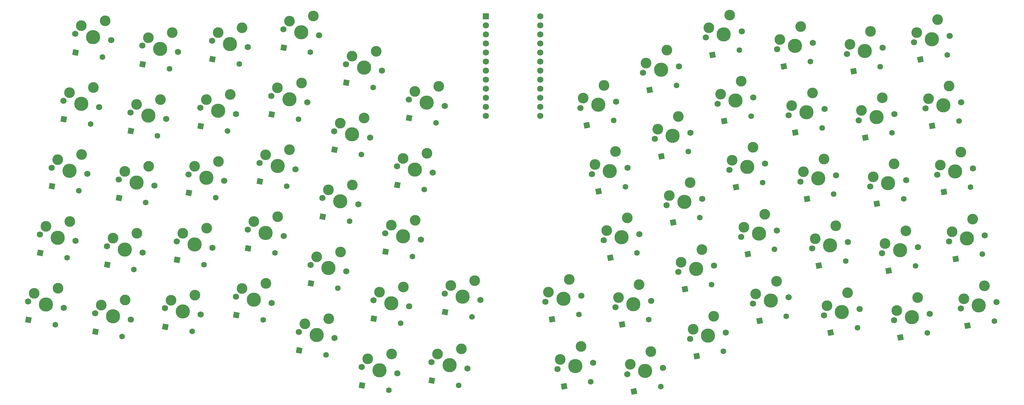
<source format=gts>
%TF.GenerationSoftware,KiCad,Pcbnew,(6.0.8)*%
%TF.CreationDate,2023-02-18T20:03:01+07:00*%
%TF.ProjectId,test,74657374-2e6b-4696-9361-645f70636258,rev?*%
%TF.SameCoordinates,Original*%
%TF.FileFunction,Soldermask,Top*%
%TF.FilePolarity,Negative*%
%FSLAX46Y46*%
G04 Gerber Fmt 4.6, Leading zero omitted, Abs format (unit mm)*
G04 Created by KiCad (PCBNEW (6.0.8)) date 2023-02-18 20:03:01*
%MOMM*%
%LPD*%
G01*
G04 APERTURE LIST*
G04 Aperture macros list*
%AMHorizOval*
0 Thick line with rounded ends*
0 $1 width*
0 $2 $3 position (X,Y) of the first rounded end (center of the circle)*
0 $4 $5 position (X,Y) of the second rounded end (center of the circle)*
0 Add line between two ends*
20,1,$1,$2,$3,$4,$5,0*
0 Add two circle primitives to create the rounded ends*
1,1,$1,$2,$3*
1,1,$1,$4,$5*%
%AMRotRect*
0 Rectangle, with rotation*
0 The origin of the aperture is its center*
0 $1 length*
0 $2 width*
0 $3 Rotation angle, in degrees counterclockwise*
0 Add horizontal line*
21,1,$1,$2,0,0,$3*%
G04 Aperture macros list end*
%ADD10C,1.750000*%
%ADD11C,3.000000*%
%ADD12C,3.987800*%
%ADD13RotRect,1.600000X1.600000X10.000000*%
%ADD14HorizOval,1.600000X0.000000X0.000000X0.000000X0.000000X0*%
%ADD15RotRect,1.600000X1.600000X350.000000*%
%ADD16HorizOval,1.600000X0.000000X0.000000X0.000000X0.000000X0*%
%ADD17C,1.752600*%
%ADD18R,1.752600X1.752600*%
G04 APERTURE END LIST*
D10*
%TO.C,SW61*%
X232797526Y-140654658D03*
D11*
X223601519Y-139696979D03*
X229413982Y-136092901D03*
D10*
X222791880Y-142418924D03*
D12*
X227794703Y-141536791D03*
%TD*%
D11*
%TO.C,SW2*%
X53376850Y-67762836D03*
D10*
X51685078Y-70043714D03*
D11*
X60071445Y-66364090D03*
D12*
X56687901Y-70925847D03*
D10*
X61690724Y-71807980D03*
%TD*%
D13*
%TO.C,D34*%
X200422874Y-119611770D03*
D14*
X207927109Y-118288571D03*
%TD*%
D10*
%TO.C,SW19*%
X146438056Y-141371524D03*
X136432410Y-139607258D03*
D12*
X141435233Y-140489391D03*
D11*
X144818777Y-135927634D03*
X138124182Y-137326380D03*
%TD*%
D15*
%TO.C,D53*%
X38535994Y-150266666D03*
D16*
X46040229Y-151589865D03*
%TD*%
D11*
%TO.C,SW51*%
X278560083Y-122268750D03*
D12*
X282753267Y-124108562D03*
D10*
X277750444Y-124990695D03*
D11*
X284372546Y-118664672D03*
D10*
X287756090Y-123226429D03*
%TD*%
D13*
%TO.C,D61*%
X224641658Y-147258740D03*
D14*
X232145893Y-145935541D03*
%TD*%
D13*
%TO.C,D10*%
X231394214Y-75849810D03*
D14*
X238898449Y-74526611D03*
%TD*%
D13*
%TO.C,D59*%
X189436081Y-167007147D03*
D14*
X196940316Y-165683948D03*
%TD*%
D12*
%TO.C,SW20*%
X182698213Y-105191041D03*
D10*
X187701036Y-104308908D03*
D11*
X184317492Y-99747151D03*
X178505029Y-103351229D03*
D10*
X177695390Y-106073174D03*
%TD*%
D12*
%TO.C,SW47*%
X206883917Y-132650406D03*
D10*
X201881094Y-133532539D03*
D11*
X202690733Y-130810594D03*
D10*
X211886740Y-131768273D03*
D11*
X208503196Y-127206516D03*
%TD*%
D10*
%TO.C,SW52*%
X19692499Y-141778066D03*
D11*
X28078866Y-138098442D03*
X21384271Y-139497188D03*
D12*
X24695322Y-142660199D03*
D10*
X29698145Y-143542332D03*
%TD*%
D11*
%TO.C,SW24*%
X253216580Y-88243179D03*
X259029043Y-84639101D03*
D12*
X257409764Y-90082991D03*
D10*
X252406941Y-90965124D03*
X262412587Y-89200858D03*
%TD*%
D13*
%TO.C,D21*%
X197147956Y-101038788D03*
D14*
X204652191Y-99715589D03*
%TD*%
D10*
%TO.C,SW32*%
X164674178Y-141930791D03*
D12*
X169677001Y-141048658D03*
D11*
X165483817Y-139208846D03*
X171296280Y-135604768D03*
D10*
X174679824Y-140166525D03*
%TD*%
D15*
%TO.C,D40*%
X41843992Y-131506079D03*
D16*
X49348227Y-132829278D03*
%TD*%
D13*
%TO.C,D48*%
X221333660Y-128498153D03*
D14*
X228837895Y-127174954D03*
%TD*%
D15*
%TO.C,D2*%
X51767985Y-75224316D03*
D16*
X59272220Y-76547515D03*
%TD*%
D11*
%TO.C,SW49*%
X240211908Y-124194599D03*
D10*
X239402269Y-126916544D03*
D12*
X244405092Y-126034411D03*
D10*
X249407915Y-125152278D03*
D11*
X246024371Y-120590521D03*
%TD*%
%TO.C,SW10*%
X236166538Y-64683970D03*
D12*
X234547259Y-70127860D03*
D10*
X239550082Y-69245727D03*
X229544436Y-71009993D03*
D11*
X230354075Y-68288048D03*
%TD*%
D13*
%TO.C,D51*%
X279600222Y-129830512D03*
D14*
X287104457Y-128507313D03*
%TD*%
D15*
%TO.C,D41*%
X61431579Y-130123930D03*
D16*
X68935814Y-131447129D03*
%TD*%
D13*
%TO.C,D37*%
X257531636Y-114377923D03*
D14*
X265035871Y-113054724D03*
%TD*%
D11*
%TO.C,SW11*%
X255754125Y-66066120D03*
D10*
X249132023Y-72392143D03*
X259137669Y-70627877D03*
D11*
X249941662Y-69670198D03*
D12*
X254134846Y-71510010D03*
%TD*%
D11*
%TO.C,SW7*%
X181042574Y-81174169D03*
X175230111Y-84778247D03*
D10*
X184426118Y-85735926D03*
D12*
X179423295Y-86618059D03*
D10*
X174420472Y-87500192D03*
%TD*%
D13*
%TO.C,D35*%
X218025662Y-109737566D03*
D14*
X225529897Y-108414367D03*
%TD*%
D11*
%TO.C,SW40*%
X43452857Y-124044599D03*
D10*
X41761085Y-126325477D03*
D12*
X46763908Y-127207610D03*
D10*
X51766731Y-128089743D03*
D11*
X50147452Y-122645853D03*
%TD*%
D15*
%TO.C,D28*%
X64739577Y-111363342D03*
D16*
X72243812Y-112686541D03*
%TD*%
D12*
%TO.C,SW60*%
X210191915Y-151410994D03*
D10*
X215194738Y-150528861D03*
X205189092Y-152293127D03*
D11*
X211811194Y-145967104D03*
X205998731Y-149571182D03*
%TD*%
%TO.C,SW35*%
X216985524Y-102175804D03*
D10*
X216175885Y-104897749D03*
X226181531Y-103133483D03*
D12*
X221178708Y-104015616D03*
D11*
X222797987Y-98571726D03*
%TD*%
D13*
%TO.C,D60*%
X207038869Y-157132944D03*
D14*
X214543104Y-155809745D03*
%TD*%
D15*
%TO.C,D14*%
X48459987Y-93984904D03*
D16*
X55964222Y-95308103D03*
%TD*%
D15*
%TO.C,D52*%
X19775406Y-146958668D03*
D16*
X27279641Y-148281867D03*
%TD*%
D11*
%TO.C,SW12*%
X274514713Y-62758122D03*
X268702250Y-66362200D03*
D10*
X277898257Y-67319879D03*
X267892611Y-69084145D03*
D12*
X272895434Y-68202012D03*
%TD*%
D15*
%TO.C,D6*%
X126479536Y-90332366D03*
D16*
X133983771Y-91655565D03*
%TD*%
D11*
%TO.C,SW29*%
X86266828Y-100643654D03*
D10*
X94580702Y-104688798D03*
X84575056Y-102924532D03*
D11*
X92961423Y-99244908D03*
D12*
X89577879Y-103806665D03*
%TD*%
D11*
%TO.C,SW14*%
X50068852Y-86523424D03*
X56763447Y-85124678D03*
D12*
X53379903Y-89686435D03*
D10*
X58382726Y-90568568D03*
X48377080Y-88804302D03*
%TD*%
D13*
%TO.C,D64*%
X282908219Y-148591100D03*
D14*
X290412454Y-147267901D03*
%TD*%
D15*
%TO.C,D29*%
X84657964Y-108105134D03*
D16*
X92162199Y-109428333D03*
%TD*%
D15*
%TO.C,D57*%
X113247545Y-165374716D03*
D16*
X120751780Y-166697915D03*
%TD*%
D11*
%TO.C,SW13*%
X38002859Y-81816680D03*
X31308264Y-83215426D03*
D10*
X39622138Y-87260570D03*
X29616492Y-85496304D03*
D12*
X34619315Y-86378437D03*
%TD*%
D15*
%TO.C,D5*%
X108876748Y-80458163D03*
D16*
X116380983Y-81781362D03*
%TD*%
D15*
%TO.C,D15*%
X68047574Y-92602755D03*
D16*
X75551809Y-93925954D03*
%TD*%
D13*
%TO.C,D9*%
X211475827Y-72591602D03*
D14*
X218980062Y-71268403D03*
%TD*%
D11*
%TO.C,SW23*%
X239441456Y-83256952D03*
X233628993Y-86861030D03*
D10*
X232819354Y-89582975D03*
X242825000Y-87818709D03*
D12*
X237822177Y-88700842D03*
%TD*%
%TO.C,SW6*%
X131399452Y-86033897D03*
D11*
X128088401Y-82870886D03*
X134782996Y-81472140D03*
D10*
X126396629Y-85151764D03*
X136402275Y-86916030D03*
%TD*%
D13*
%TO.C,D63*%
X264147632Y-151899098D03*
D14*
X271651867Y-150575899D03*
%TD*%
D15*
%TO.C,D16*%
X87965961Y-89344547D03*
D16*
X95470196Y-90667746D03*
%TD*%
D13*
%TO.C,D22*%
X214750744Y-91164584D03*
D14*
X222254979Y-89841385D03*
%TD*%
D15*
%TO.C,D30*%
X102260752Y-117979338D03*
D16*
X109764987Y-119302537D03*
%TD*%
D11*
%TO.C,SW39*%
X31386864Y-119337855D03*
D10*
X23000497Y-123017479D03*
D12*
X28003320Y-123899612D03*
D10*
X33006143Y-124781745D03*
D11*
X24692269Y-120736601D03*
%TD*%
D13*
%TO.C,D32*%
X166523956Y-146770608D03*
D14*
X174028191Y-145447409D03*
%TD*%
D11*
%TO.C,SW53*%
X40144859Y-142805186D03*
D12*
X43455910Y-145968197D03*
D10*
X38453087Y-145086064D03*
X48458733Y-146850330D03*
D11*
X46839454Y-141406440D03*
%TD*%
%TO.C,SW3*%
X79659032Y-64981941D03*
D12*
X76275488Y-69543698D03*
D10*
X71272665Y-68661565D03*
X81278311Y-70425831D03*
D11*
X72964437Y-66380687D03*
%TD*%
D13*
%TO.C,D49*%
X241252047Y-131756361D03*
D14*
X248756282Y-130433162D03*
%TD*%
D15*
%TO.C,D55*%
X78041968Y-145626309D03*
D16*
X85546203Y-146949508D03*
%TD*%
D12*
%TO.C,SW1*%
X37927313Y-67617849D03*
D11*
X34616262Y-64454838D03*
D10*
X42930136Y-68499982D03*
D11*
X41310857Y-63056092D03*
D10*
X32924490Y-66735716D03*
%TD*%
D11*
%TO.C,SW37*%
X256491498Y-106816161D03*
D10*
X255681859Y-109538106D03*
X265687505Y-107773840D03*
D11*
X262303961Y-103212083D03*
D12*
X260684682Y-108655973D03*
%TD*%
D11*
%TO.C,SW17*%
X113872210Y-90358524D03*
X107177615Y-91757270D03*
D12*
X110488666Y-94920281D03*
D10*
X115491489Y-95802414D03*
X105485843Y-94038148D03*
%TD*%
D11*
%TO.C,SW27*%
X53455449Y-103885266D03*
D10*
X45069082Y-107564890D03*
X55074728Y-109329156D03*
D11*
X46760854Y-105284012D03*
D12*
X50071905Y-108447023D03*
%TD*%
D13*
%TO.C,D47*%
X203730871Y-138372356D03*
D14*
X211235106Y-137049157D03*
%TD*%
D12*
%TO.C,SW30*%
X107180668Y-113680869D03*
D10*
X102177845Y-112798736D03*
D11*
X103869617Y-110517858D03*
X110564212Y-109119112D03*
D10*
X112183491Y-114563002D03*
%TD*%
D11*
%TO.C,SW56*%
X103948217Y-146640286D03*
X97253622Y-148039032D03*
D10*
X105567496Y-152084176D03*
X95561850Y-150319910D03*
D12*
X100564673Y-151202043D03*
%TD*%
D15*
%TO.C,D45*%
X132835132Y-163992567D03*
D16*
X140339367Y-165315766D03*
%TD*%
D10*
%TO.C,SW58*%
X167998716Y-160785181D03*
D11*
X168808355Y-158063236D03*
D10*
X178004362Y-159020915D03*
D12*
X173001539Y-159903048D03*
D11*
X174620818Y-154459158D03*
%TD*%
%TO.C,SW21*%
X196107818Y-93477026D03*
D10*
X195298179Y-96198971D03*
D11*
X201920281Y-89872948D03*
D12*
X200301002Y-95316838D03*
D10*
X205303825Y-94434705D03*
%TD*%
%TO.C,SW25*%
X271167529Y-87657127D03*
D11*
X277789631Y-81331104D03*
D10*
X281173175Y-85892861D03*
D11*
X271977168Y-84935182D03*
D12*
X276170352Y-86774994D03*
%TD*%
D11*
%TO.C,SW59*%
X194208405Y-155841308D03*
D10*
X197591949Y-160403065D03*
D11*
X188395942Y-159445386D03*
D12*
X192589126Y-161285198D03*
D10*
X187586303Y-162167331D03*
%TD*%
D15*
%TO.C,D43*%
X98952754Y-136739926D03*
D16*
X106456989Y-138063125D03*
%TD*%
D13*
%TO.C,D23*%
X234669131Y-94422792D03*
D14*
X242173366Y-93099593D03*
%TD*%
D11*
%TO.C,SW54*%
X66427041Y-140024291D03*
D10*
X68046320Y-145468181D03*
D11*
X59732446Y-141423037D03*
D10*
X58040674Y-143703915D03*
D12*
X63043497Y-144586048D03*
%TD*%
D10*
%TO.C,SW4*%
X101196698Y-67167623D03*
D12*
X96193875Y-66285490D03*
D11*
X99577419Y-61723733D03*
D10*
X91191052Y-65403357D03*
D11*
X92882824Y-63122479D03*
%TD*%
D15*
%TO.C,D18*%
X123171538Y-109092954D03*
D16*
X130675773Y-110416153D03*
%TD*%
D15*
%TO.C,D44*%
X116555543Y-146614129D03*
D16*
X124059778Y-147937328D03*
%TD*%
D15*
%TO.C,D42*%
X81349966Y-126865722D03*
D16*
X88854201Y-128188921D03*
%TD*%
D13*
%TO.C,D33*%
X182820085Y-129485973D03*
D14*
X190324320Y-128162774D03*
%TD*%
D12*
%TO.C,SW41*%
X66351495Y-125825461D03*
D10*
X71354318Y-126707594D03*
D11*
X63040444Y-122662450D03*
X69735039Y-121263704D03*
D10*
X61348672Y-124943328D03*
%TD*%
D11*
%TO.C,SW28*%
X73043037Y-102503116D03*
X66348442Y-103901862D03*
D10*
X64656670Y-106182740D03*
X74662316Y-107947006D03*
D12*
X69659493Y-107064873D03*
%TD*%
D11*
%TO.C,SW31*%
X128167000Y-118993315D03*
X121472405Y-120392061D03*
D10*
X119780633Y-122672939D03*
D12*
X124783456Y-123555072D03*
D10*
X129786279Y-124437205D03*
%TD*%
D13*
%TO.C,D11*%
X250981801Y-77231959D03*
D14*
X258486036Y-75908760D03*
%TD*%
D13*
%TO.C,D24*%
X254256718Y-95804941D03*
D14*
X261760953Y-94481742D03*
%TD*%
D13*
%TO.C,D12*%
X269742388Y-73923962D03*
D14*
X277246623Y-72600763D03*
%TD*%
D13*
%TO.C,D62*%
X244560045Y-150516948D03*
D14*
X252064280Y-149193749D03*
%TD*%
D15*
%TO.C,D3*%
X71355572Y-73842167D03*
D16*
X78859807Y-75165366D03*
%TD*%
D15*
%TO.C,D39*%
X23083404Y-128198081D03*
D16*
X30587639Y-129521280D03*
%TD*%
D13*
%TO.C,D46*%
X186128083Y-148246560D03*
D14*
X193632318Y-146923361D03*
%TD*%
D11*
%TO.C,SW5*%
X110485613Y-72996683D03*
D10*
X108793841Y-75277561D03*
D12*
X113796664Y-76159694D03*
D10*
X118799487Y-77041827D03*
D11*
X117180208Y-71597937D03*
%TD*%
%TO.C,SW34*%
X205195198Y-108445930D03*
D12*
X203575919Y-113889820D03*
D10*
X198573096Y-114771953D03*
D11*
X199382735Y-112050008D03*
D10*
X208578742Y-113007687D03*
%TD*%
D13*
%TO.C,D58*%
X169848494Y-165624998D03*
D14*
X177352729Y-164301799D03*
%TD*%
D11*
%TO.C,SW9*%
X216248151Y-61425763D03*
D12*
X214628872Y-66869653D03*
D11*
X210435688Y-65029841D03*
D10*
X219631695Y-65987520D03*
X209626049Y-67751786D03*
%TD*%
D13*
%TO.C,D25*%
X273017306Y-92496944D03*
D14*
X280521541Y-91173745D03*
%TD*%
D15*
%TO.C,D26*%
X26391402Y-109437494D03*
D16*
X33895637Y-110760693D03*
%TD*%
D12*
%TO.C,SW62*%
X247713090Y-144794998D03*
D10*
X242710267Y-145677131D03*
D11*
X243519906Y-142955186D03*
D10*
X252715913Y-143912865D03*
D11*
X249332369Y-139351108D03*
%TD*%
D12*
%TO.C,SW44*%
X121475459Y-142315660D03*
D11*
X124859003Y-137753903D03*
X118164408Y-139152649D03*
D10*
X116472636Y-141433527D03*
X126478282Y-143197793D03*
%TD*%
D13*
%TO.C,D50*%
X260839634Y-133138510D03*
D14*
X268343869Y-131815311D03*
%TD*%
D15*
%TO.C,D13*%
X29699400Y-90676906D03*
D16*
X37203635Y-92000105D03*
%TD*%
D10*
%TO.C,SW22*%
X212900967Y-86324767D03*
D11*
X213710606Y-83602822D03*
D12*
X217903790Y-85442634D03*
D10*
X222906613Y-84560501D03*
D11*
X219523069Y-79998744D03*
%TD*%
D10*
%TO.C,SW38*%
X284448093Y-104465842D03*
D11*
X275252086Y-103508163D03*
D10*
X274442447Y-106230108D03*
D12*
X279445270Y-105347975D03*
D11*
X281064549Y-99904085D03*
%TD*%
%TO.C,SW57*%
X121551005Y-156514490D03*
D10*
X113164638Y-160194114D03*
D12*
X118167461Y-161076247D03*
D11*
X114856410Y-157913236D03*
D10*
X123170284Y-161958380D03*
%TD*%
D17*
%TO.C,U1*%
X163195000Y-61835500D03*
X163195000Y-64375500D03*
X163195000Y-66915500D03*
X163195000Y-69455500D03*
X163195000Y-71995500D03*
X163195000Y-74535500D03*
X163195000Y-77075500D03*
X163195000Y-79615500D03*
X163195000Y-82155500D03*
X163195000Y-84695500D03*
X163195000Y-87235500D03*
X163195000Y-89775500D03*
X147955000Y-89775500D03*
X147955000Y-87235500D03*
X147955000Y-84695500D03*
X147955000Y-82155500D03*
X147955000Y-79615500D03*
X147955000Y-77075500D03*
X147955000Y-74535500D03*
X147955000Y-71995500D03*
X147955000Y-69455500D03*
X147955000Y-66915500D03*
X147955000Y-64375500D03*
D18*
X147955000Y-61835500D03*
%TD*%
D13*
%TO.C,D8*%
X193873038Y-82465806D03*
D14*
X201377273Y-81142607D03*
%TD*%
D13*
%TO.C,D20*%
X179545167Y-110912991D03*
D14*
X187049402Y-109589792D03*
%TD*%
D11*
%TO.C,SW64*%
X281868081Y-141029338D03*
D12*
X286061265Y-142869150D03*
D11*
X287680544Y-137425260D03*
D10*
X281058442Y-143751283D03*
X291064088Y-141987017D03*
%TD*%
D13*
%TO.C,D38*%
X276292224Y-111069925D03*
D14*
X283796459Y-109746726D03*
%TD*%
D15*
%TO.C,D31*%
X119863541Y-127853541D03*
D16*
X127367776Y-129176740D03*
%TD*%
D10*
%TO.C,SW63*%
X262297854Y-147059281D03*
D11*
X263107493Y-144337336D03*
D12*
X267300677Y-146177148D03*
D11*
X268919956Y-140733258D03*
D10*
X272303500Y-145295015D03*
%TD*%
D15*
%TO.C,D27*%
X45151990Y-112745492D03*
D16*
X52656225Y-114068691D03*
%TD*%
D11*
%TO.C,SW36*%
X242716374Y-101829934D03*
D10*
X246099918Y-106391691D03*
X236094272Y-108155957D03*
D11*
X236903911Y-105434012D03*
D12*
X241097095Y-107273824D03*
%TD*%
D11*
%TO.C,SW8*%
X192832900Y-74904044D03*
X198645363Y-71299966D03*
D10*
X202028907Y-75861723D03*
X192023261Y-77625989D03*
D12*
X197026084Y-76743856D03*
%TD*%
D11*
%TO.C,SW45*%
X141138592Y-155132341D03*
D10*
X142757871Y-160576231D03*
D12*
X137755048Y-159694098D03*
D10*
X132752225Y-158811965D03*
D11*
X134443997Y-156531087D03*
%TD*%
D10*
%TO.C,SW46*%
X194283952Y-141642477D03*
D12*
X189281129Y-142524610D03*
D10*
X184278306Y-143406743D03*
D11*
X190900408Y-137080720D03*
X185087945Y-140684798D03*
%TD*%
D15*
%TO.C,D56*%
X95644757Y-155500512D03*
D16*
X103148992Y-156823711D03*
%TD*%
D11*
%TO.C,SW50*%
X259799496Y-125576748D03*
D10*
X258989857Y-128298693D03*
X268995503Y-126534427D03*
D11*
X265611959Y-121972670D03*
D12*
X263992680Y-127416560D03*
%TD*%
D11*
%TO.C,SW33*%
X181779947Y-121924211D03*
D10*
X180970308Y-124646156D03*
D12*
X185973131Y-123764023D03*
D11*
X187592410Y-118320133D03*
D10*
X190975954Y-122881890D03*
%TD*%
%TO.C,SW55*%
X77959061Y-140445707D03*
X87964707Y-142209973D03*
D12*
X82961884Y-141327840D03*
D11*
X86345428Y-136766083D03*
X79650833Y-138164829D03*
%TD*%
%TO.C,SW43*%
X100561619Y-129278446D03*
D12*
X103872670Y-132441457D03*
D11*
X107256214Y-127879700D03*
D10*
X98869847Y-131559324D03*
X108875493Y-133323590D03*
%TD*%
D15*
%TO.C,D54*%
X58123581Y-148884517D03*
D16*
X65627816Y-150207716D03*
%TD*%
D13*
%TO.C,D36*%
X237944049Y-112995774D03*
D14*
X245448284Y-111672575D03*
%TD*%
D11*
%TO.C,SW16*%
X89574826Y-81883067D03*
D10*
X97888700Y-85928211D03*
X87883054Y-84163945D03*
D12*
X92885877Y-85046078D03*
D11*
X96269421Y-80484321D03*
%TD*%
D15*
%TO.C,D1*%
X33007397Y-71916318D03*
D16*
X40511632Y-73239517D03*
%TD*%
D10*
%TO.C,SW26*%
X26308495Y-104256892D03*
D11*
X34694862Y-100577268D03*
D10*
X36314141Y-106021158D03*
D11*
X28000267Y-101976014D03*
D12*
X31311318Y-105139025D03*
%TD*%
D10*
%TO.C,SW18*%
X123088631Y-103912352D03*
D11*
X124780403Y-101631474D03*
D10*
X133094277Y-105676618D03*
D11*
X131474998Y-100232728D03*
D12*
X128091454Y-104794485D03*
%TD*%
%TO.C,SW15*%
X72967490Y-88304286D03*
D11*
X76351034Y-83742529D03*
X69656439Y-85141275D03*
D10*
X77970313Y-89186419D03*
X67964667Y-87422153D03*
%TD*%
D15*
%TO.C,D4*%
X91273959Y-70583959D03*
D16*
X98778194Y-71907158D03*
%TD*%
D15*
%TO.C,D19*%
X136515317Y-144787860D03*
D16*
X144019552Y-146111059D03*
%TD*%
D11*
%TO.C,SW42*%
X89653426Y-118005496D03*
D12*
X86269882Y-122567253D03*
D10*
X81267059Y-121685120D03*
D11*
X82958831Y-119404242D03*
D10*
X91272705Y-123449386D03*
%TD*%
D13*
%TO.C,D7*%
X176270250Y-92340009D03*
D14*
X183774485Y-91016810D03*
%TD*%
D10*
%TO.C,SW48*%
X219483882Y-123658336D03*
D11*
X226105984Y-117332313D03*
D12*
X224486705Y-122776203D03*
D10*
X229489528Y-121894070D03*
D11*
X220293521Y-120936391D03*
%TD*%
D15*
%TO.C,D17*%
X105568750Y-99218750D03*
D16*
X113072985Y-100541949D03*
%TD*%
M02*

</source>
